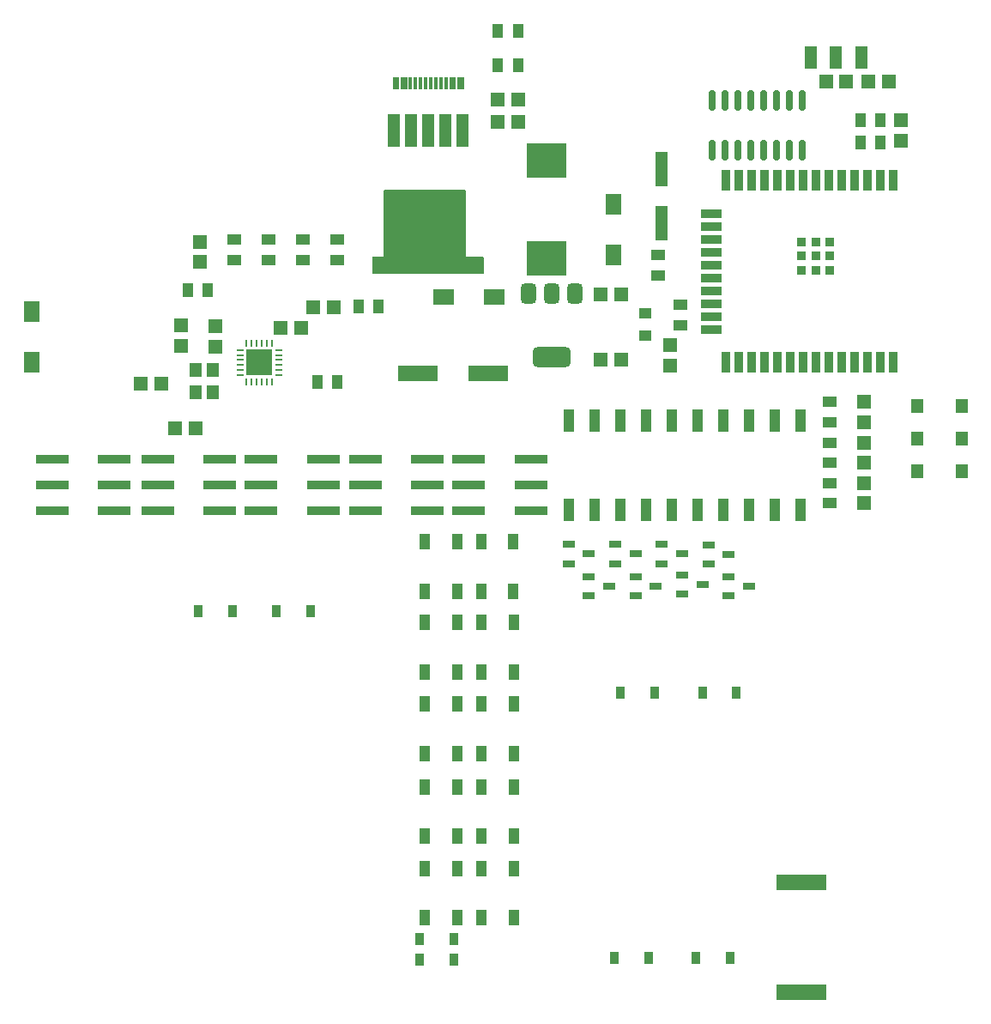
<source format=gbr>
%TF.GenerationSoftware,KiCad,Pcbnew,9.0.2*%
%TF.CreationDate,2025-12-13T10:39:55-05:00*%
%TF.ProjectId,Nif-T,4e69662d-542e-46b6-9963-61645f706362,rev?*%
%TF.SameCoordinates,Original*%
%TF.FileFunction,Paste,Top*%
%TF.FilePolarity,Positive*%
%FSLAX46Y46*%
G04 Gerber Fmt 4.6, Leading zero omitted, Abs format (unit mm)*
G04 Created by KiCad (PCBNEW 9.0.2) date 2025-12-13 10:39:55*
%MOMM*%
%LPD*%
G01*
G04 APERTURE LIST*
G04 Aperture macros list*
%AMRoundRect*
0 Rectangle with rounded corners*
0 $1 Rounding radius*
0 $2 $3 $4 $5 $6 $7 $8 $9 X,Y pos of 4 corners*
0 Add a 4 corners polygon primitive as box body*
4,1,4,$2,$3,$4,$5,$6,$7,$8,$9,$2,$3,0*
0 Add four circle primitives for the rounded corners*
1,1,$1+$1,$2,$3*
1,1,$1+$1,$4,$5*
1,1,$1+$1,$6,$7*
1,1,$1+$1,$8,$9*
0 Add four rect primitives between the rounded corners*
20,1,$1+$1,$2,$3,$4,$5,0*
20,1,$1+$1,$4,$5,$6,$7,0*
20,1,$1+$1,$6,$7,$8,$9,0*
20,1,$1+$1,$8,$9,$2,$3,0*%
%AMFreePoly0*
4,1,21,4.105355,5.815355,4.120000,5.780000,4.120000,-5.140000,4.105355,-5.175355,4.070000,-5.190000,2.540000,-5.190000,2.504645,-5.175355,2.490000,-5.140000,2.490000,-4.050000,-4.060000,-4.050000,-4.095355,-4.035355,-4.110000,-4.000000,-4.110000,4.000000,-4.095355,4.035355,-4.060000,4.050000,2.490000,4.050000,2.490000,5.780000,2.504645,5.815355,2.540000,5.830000,4.070000,5.830000,
4.105355,5.815355,4.105355,5.815355,$1*%
G04 Aperture macros list end*
%ADD10R,0.950000X1.150000*%
%ADD11R,1.410000X1.350000*%
%ADD12R,3.300000X0.850000*%
%ADD13R,1.540000X2.060000*%
%ADD14RoundRect,0.375000X-0.375000X0.625000X-0.375000X-0.625000X0.375000X-0.625000X0.375000X0.625000X0*%
%ADD15RoundRect,0.500000X-1.400000X0.500000X-1.400000X-0.500000X1.400000X-0.500000X1.400000X0.500000X0*%
%ADD16R,1.350000X1.410000*%
%ADD17R,1.100000X2.200000*%
%ADD18RoundRect,0.150000X0.150000X-0.825000X0.150000X0.825000X-0.150000X0.825000X-0.150000X-0.825000X0*%
%ADD19R,1.000000X1.500000*%
%ADD20R,1.380000X1.130000*%
%ADD21R,5.000000X1.500000*%
%ADD22R,4.000000X3.500000*%
%ADD23R,1.250000X1.000000*%
%ADD24R,4.000000X1.600000*%
%ADD25R,1.130000X1.380000*%
%ADD26R,1.250000X0.700000*%
%ADD27R,1.200000X1.400000*%
%ADD28R,1.230000X1.360000*%
%ADD29R,1.150000X3.200000*%
%ADD30FreePoly0,270.000000*%
%ADD31R,2.060000X1.540000*%
%ADD32R,0.660000X0.280000*%
%ADD33R,0.280000X0.660000*%
%ADD34R,2.550000X2.550000*%
%ADD35R,0.300000X1.300000*%
%ADD36R,1.200000X2.200000*%
%ADD37R,0.950000X2.100000*%
%ADD38R,2.100000X0.950000*%
%ADD39R,0.900000X0.900000*%
%ADD40R,1.200000X3.500000*%
G04 APERTURE END LIST*
D10*
%TO.C,D19*%
X184750000Y-110050000D03*
X181370000Y-110050000D03*
%TD*%
D11*
%TO.C,C13*%
X241800000Y-57800000D03*
X239800000Y-57800000D03*
%TD*%
D10*
%TO.C,D21*%
X198890000Y-144400000D03*
X195510000Y-144400000D03*
%TD*%
D12*
%TO.C,J3*%
X159260000Y-95060000D03*
X165400000Y-95060000D03*
X159260000Y-97600000D03*
X165400000Y-97600000D03*
X159260000Y-100140000D03*
X165400000Y-100140000D03*
%TD*%
D13*
%TO.C,D1*%
X157200000Y-80500000D03*
X157200000Y-85500000D03*
%TD*%
D14*
%TO.C,U6*%
X210860000Y-78687500D03*
X208560000Y-78687500D03*
D15*
X208560000Y-84987500D03*
D14*
X206260000Y-78687500D03*
%TD*%
D16*
%TO.C,C4*%
X220200000Y-83800000D03*
X220200000Y-85800000D03*
%TD*%
D11*
%TO.C,C7*%
X181800000Y-82060000D03*
X183800000Y-82060000D03*
%TD*%
D12*
%TO.C,J5*%
X179860000Y-95060000D03*
X186000000Y-95060000D03*
X179860000Y-97600000D03*
X186000000Y-97600000D03*
X179860000Y-100140000D03*
X186000000Y-100140000D03*
%TD*%
D17*
%TO.C,SW6*%
X210240000Y-91200000D03*
X210240000Y-100000000D03*
X212780000Y-91200000D03*
X212780000Y-100000000D03*
X215320000Y-91200000D03*
X215320000Y-100000000D03*
X217860000Y-91200000D03*
X217860000Y-100000000D03*
X220400000Y-91200000D03*
X220400000Y-100000000D03*
%TD*%
D16*
%TO.C,C10*%
X239400000Y-95400000D03*
X239400000Y-93400000D03*
%TD*%
D18*
%TO.C,U4*%
X224380000Y-64600000D03*
X225650000Y-64600000D03*
X226920000Y-64600000D03*
X228190000Y-64600000D03*
X229460000Y-64600000D03*
X230730000Y-64600000D03*
X232000000Y-64600000D03*
X233270000Y-64600000D03*
X233270000Y-59650000D03*
X232000000Y-59650000D03*
X230730000Y-59650000D03*
X229460000Y-59650000D03*
X228190000Y-59650000D03*
X226920000Y-59650000D03*
X225650000Y-59650000D03*
X224380000Y-59650000D03*
%TD*%
D16*
%TO.C,C5*%
X175340000Y-81935000D03*
X175340000Y-83935000D03*
%TD*%
D19*
%TO.C,D6*%
X204800000Y-119200000D03*
X201600000Y-119200000D03*
X201600000Y-124100000D03*
X204800000Y-124100000D03*
%TD*%
D20*
%TO.C,R3*%
X221200000Y-79800000D03*
X221200000Y-81800000D03*
%TD*%
D21*
%TO.C,BUZZER1*%
X233200000Y-136800000D03*
X233200000Y-147600000D03*
%TD*%
D22*
%TO.C,L1*%
X208000000Y-65600000D03*
X208000000Y-75200000D03*
%TD*%
D20*
%TO.C,R5*%
X180600000Y-73400000D03*
X180600000Y-75400000D03*
%TD*%
D12*
%TO.C,J6*%
X190130000Y-95061609D03*
X196270000Y-95061609D03*
X190130000Y-97601609D03*
X196270000Y-97601609D03*
X190130000Y-100141609D03*
X196270000Y-100141609D03*
%TD*%
D23*
%TO.C,D3*%
X217750000Y-80652500D03*
X217750000Y-82852500D03*
%TD*%
D24*
%TO.C,C19*%
X202300000Y-86600000D03*
X195300000Y-86600000D03*
%TD*%
D19*
%TO.C,D7*%
X204800000Y-127350000D03*
X201600000Y-127350000D03*
X201600000Y-132250000D03*
X204800000Y-132250000D03*
%TD*%
D25*
%TO.C,L2*%
X189460000Y-80000000D03*
X191400000Y-80000000D03*
%TD*%
D26*
%TO.C,Q7*%
X224000000Y-103500000D03*
X224000000Y-105400000D03*
X226000000Y-104450000D03*
%TD*%
D19*
%TO.C,D12*%
X199200000Y-135400000D03*
X196000000Y-135400000D03*
X196000000Y-140300000D03*
X199200000Y-140300000D03*
%TD*%
D12*
%TO.C,J7*%
X200330000Y-95061609D03*
X206470000Y-95061609D03*
X200330000Y-97601609D03*
X206470000Y-97601609D03*
X200330000Y-100141609D03*
X206470000Y-100141609D03*
%TD*%
D20*
%TO.C,R7*%
X184000000Y-73400000D03*
X184000000Y-75400000D03*
%TD*%
%TO.C,R11*%
X236000000Y-93400000D03*
X236000000Y-95400000D03*
%TD*%
D27*
%TO.C,X1*%
X175090000Y-88400000D03*
X175090000Y-86200000D03*
X173390000Y-86200000D03*
X173390000Y-88400000D03*
%TD*%
D19*
%TO.C,D8*%
X199200000Y-103150000D03*
X196000000Y-103150000D03*
X196000000Y-108050000D03*
X199200000Y-108050000D03*
%TD*%
D20*
%TO.C,R6*%
X187400000Y-73400000D03*
X187400000Y-75400000D03*
%TD*%
D28*
%TO.C,SW2*%
X248980000Y-93000000D03*
X244620000Y-93000000D03*
%TD*%
D11*
%TO.C,C2*%
X170000000Y-87600000D03*
X168000000Y-87600000D03*
%TD*%
D10*
%TO.C,D16*%
X226140000Y-144250000D03*
X222760000Y-144250000D03*
%TD*%
D11*
%TO.C,C16*%
X213400000Y-78800000D03*
X215400000Y-78800000D03*
%TD*%
D29*
%TO.C,U5*%
X199760000Y-62590000D03*
X198060000Y-62590000D03*
X196360000Y-62590000D03*
X194660000Y-62590000D03*
X192960000Y-62590000D03*
D30*
X196040000Y-72610000D03*
%TD*%
D17*
%TO.C,SW5*%
X222900000Y-91200000D03*
X222900000Y-100000000D03*
X225440000Y-91200000D03*
X225440000Y-100000000D03*
X227980000Y-91200000D03*
X227980000Y-100000000D03*
X230520000Y-91200000D03*
X230520000Y-100000000D03*
X233060000Y-91200000D03*
X233060000Y-100000000D03*
%TD*%
D13*
%TO.C,D22*%
X214600000Y-69900000D03*
X214600000Y-74900000D03*
%TD*%
D19*
%TO.C,D10*%
X199200000Y-119200000D03*
X196000000Y-119200000D03*
X196000000Y-124100000D03*
X199200000Y-124100000D03*
%TD*%
%TO.C,D4*%
X204800000Y-111150000D03*
X201600000Y-111150000D03*
X201600000Y-116050000D03*
X204800000Y-116050000D03*
%TD*%
D10*
%TO.C,D17*%
X218140000Y-144250000D03*
X214760000Y-144250000D03*
%TD*%
D16*
%TO.C,C20*%
X239400000Y-97400000D03*
X239400000Y-99400000D03*
%TD*%
D10*
%TO.C,D20*%
X198890000Y-142400000D03*
X195510000Y-142400000D03*
%TD*%
D16*
%TO.C,C6*%
X172000000Y-81860000D03*
X172000000Y-83860000D03*
%TD*%
D20*
%TO.C,R4*%
X177200000Y-73400000D03*
X177200000Y-75400000D03*
%TD*%
D25*
%TO.C,R8*%
X203200000Y-52800000D03*
X205200000Y-52800000D03*
%TD*%
D31*
%TO.C,D2*%
X197860000Y-79037500D03*
X202860000Y-79037500D03*
%TD*%
D12*
%TO.C,J4*%
X169660000Y-95060000D03*
X175800000Y-95060000D03*
X169660000Y-97600000D03*
X175800000Y-97600000D03*
X169660000Y-100140000D03*
X175800000Y-100140000D03*
%TD*%
D28*
%TO.C,SW1*%
X248980000Y-89800000D03*
X244620000Y-89800000D03*
%TD*%
D32*
%TO.C,U2*%
X177780000Y-84260000D03*
X177780000Y-84760000D03*
X177780000Y-85260000D03*
X177780000Y-85760000D03*
X177780000Y-86260000D03*
X177780000Y-86760000D03*
D33*
X178440000Y-87420000D03*
X178940000Y-87420000D03*
X179440000Y-87420000D03*
X179940000Y-87420000D03*
X180440000Y-87420000D03*
X180940000Y-87420000D03*
D32*
X181600000Y-86760000D03*
X181600000Y-86260000D03*
X181600000Y-85760000D03*
X181600000Y-85260000D03*
X181600000Y-84760000D03*
X181600000Y-84260000D03*
D33*
X180940000Y-83600000D03*
X180440000Y-83600000D03*
X179940000Y-83600000D03*
X179440000Y-83600000D03*
X178940000Y-83600000D03*
X178440000Y-83600000D03*
D34*
X179690000Y-85510000D03*
%TD*%
D35*
%TO.C,P1*%
X199710000Y-57960000D03*
X198910000Y-57960000D03*
X197610000Y-57960000D03*
X196610000Y-57960000D03*
X196110000Y-57960000D03*
X195110000Y-57960000D03*
X193810000Y-57960000D03*
X193010000Y-57960000D03*
X193310000Y-57960000D03*
X194110000Y-57960000D03*
X194610000Y-57960000D03*
X195610000Y-57960000D03*
X197110000Y-57960000D03*
X198110000Y-57960000D03*
X198610000Y-57960000D03*
X199410000Y-57960000D03*
%TD*%
D26*
%TO.C,Q3*%
X214800000Y-103450000D03*
X214800000Y-105350000D03*
X216800000Y-104400000D03*
%TD*%
D36*
%TO.C,SW4*%
X239100000Y-55387500D03*
X236600000Y-55387500D03*
X234100000Y-55387500D03*
%TD*%
D16*
%TO.C,C1*%
X173800000Y-73600000D03*
X173800000Y-75600000D03*
%TD*%
D11*
%TO.C,C12*%
X235600000Y-57800000D03*
X237600000Y-57800000D03*
%TD*%
%TO.C,C14*%
X205200000Y-61800000D03*
X203200000Y-61800000D03*
%TD*%
D25*
%TO.C,R9*%
X203200000Y-56200000D03*
X205200000Y-56200000D03*
%TD*%
D10*
%TO.C,D15*%
X218670000Y-118050000D03*
X215290000Y-118050000D03*
%TD*%
D25*
%TO.C,R1*%
X174600000Y-78400000D03*
X172600000Y-78400000D03*
%TD*%
D26*
%TO.C,Q1*%
X210200000Y-103450000D03*
X210200000Y-105350000D03*
X212200000Y-104400000D03*
%TD*%
D11*
%TO.C,C3*%
X171400000Y-92000000D03*
X173400000Y-92000000D03*
%TD*%
D26*
%TO.C,Q8*%
X226000000Y-106650000D03*
X226000000Y-108550000D03*
X228000000Y-107600000D03*
%TD*%
D25*
%TO.C,R2*%
X185400000Y-87400000D03*
X187400000Y-87400000D03*
%TD*%
D11*
%TO.C,C17*%
X203200000Y-59600000D03*
X205200000Y-59600000D03*
%TD*%
D20*
%TO.C,R15*%
X236000000Y-97400000D03*
X236000000Y-99400000D03*
%TD*%
D16*
%TO.C,C9*%
X239400000Y-89400000D03*
X239400000Y-91400000D03*
%TD*%
D26*
%TO.C,Q5*%
X219400000Y-103450000D03*
X219400000Y-105350000D03*
X221400000Y-104400000D03*
%TD*%
D11*
%TO.C,C18*%
X213400000Y-85200000D03*
X215400000Y-85200000D03*
%TD*%
%TO.C,C8*%
X185000000Y-80060000D03*
X187000000Y-80060000D03*
%TD*%
D19*
%TO.C,D5*%
X204760000Y-103150000D03*
X201560000Y-103150000D03*
X201560000Y-108050000D03*
X204760000Y-108050000D03*
%TD*%
D26*
%TO.C,Q2*%
X212200000Y-106650000D03*
X212200000Y-108550000D03*
X214200000Y-107600000D03*
%TD*%
%TO.C,Q4*%
X216800000Y-106650000D03*
X216800000Y-108550000D03*
X218800000Y-107600000D03*
%TD*%
D25*
%TO.C,R13*%
X241000000Y-63800000D03*
X239000000Y-63800000D03*
%TD*%
%TO.C,R12*%
X239000000Y-61610000D03*
X241000000Y-61610000D03*
%TD*%
D19*
%TO.C,D13*%
X204800000Y-135400000D03*
X201600000Y-135400000D03*
X201600000Y-140300000D03*
X204800000Y-140300000D03*
%TD*%
D20*
%TO.C,R10*%
X236000000Y-91400000D03*
X236000000Y-89400000D03*
%TD*%
D19*
%TO.C,D11*%
X199200000Y-127350000D03*
X196000000Y-127350000D03*
X196000000Y-132250000D03*
X199200000Y-132250000D03*
%TD*%
D28*
%TO.C,SW3*%
X248980000Y-96200000D03*
X244620000Y-96200000D03*
%TD*%
D37*
%TO.C,U1*%
X242280000Y-67500000D03*
X241010000Y-67500000D03*
X239740000Y-67500000D03*
X238470000Y-67500000D03*
X237200000Y-67500000D03*
X235930000Y-67500000D03*
X234660000Y-67500000D03*
X233390000Y-67500000D03*
X232120000Y-67500000D03*
X230850000Y-67500000D03*
X229580000Y-67500000D03*
X228310000Y-67500000D03*
X227040000Y-67500000D03*
X225770000Y-67500000D03*
D38*
X224280000Y-70790000D03*
X224280000Y-72060000D03*
X224280000Y-73330000D03*
X224280000Y-74600000D03*
X224280000Y-75870000D03*
X224280000Y-77140000D03*
X224280000Y-78410000D03*
X224280000Y-79680000D03*
X224280000Y-80950000D03*
X224280000Y-82220000D03*
D37*
X225770000Y-85500000D03*
X227040000Y-85500000D03*
X228310000Y-85500000D03*
X229580000Y-85500000D03*
X230850000Y-85500000D03*
X232120000Y-85500000D03*
X233390000Y-85500000D03*
X234660000Y-85500000D03*
X235930000Y-85500000D03*
X237200000Y-85500000D03*
X238470000Y-85500000D03*
X239740000Y-85500000D03*
X241010000Y-85500000D03*
X242280000Y-85500000D03*
D39*
X236000000Y-76400000D03*
X236000000Y-75000000D03*
X236000000Y-73600000D03*
X234600000Y-76400000D03*
X234600000Y-75000000D03*
X234600000Y-73600000D03*
X233200000Y-76400000D03*
X233200000Y-75000000D03*
X233200000Y-73600000D03*
%TD*%
D26*
%TO.C,Q6*%
X221400000Y-106450000D03*
X221400000Y-108350000D03*
X223400000Y-107400000D03*
%TD*%
D20*
%TO.C,R14*%
X219040000Y-74892500D03*
X219040000Y-76892500D03*
%TD*%
D40*
%TO.C,C15*%
X219400000Y-71800000D03*
X219400000Y-66460000D03*
%TD*%
D19*
%TO.C,D9*%
X199200000Y-111150000D03*
X196000000Y-111150000D03*
X196000000Y-116050000D03*
X199200000Y-116050000D03*
%TD*%
D10*
%TO.C,D18*%
X177040000Y-110050000D03*
X173660000Y-110050000D03*
%TD*%
%TO.C,D14*%
X226780000Y-118050000D03*
X223400000Y-118050000D03*
%TD*%
D16*
%TO.C,C11*%
X243000000Y-61600000D03*
X243000000Y-63600000D03*
%TD*%
M02*

</source>
